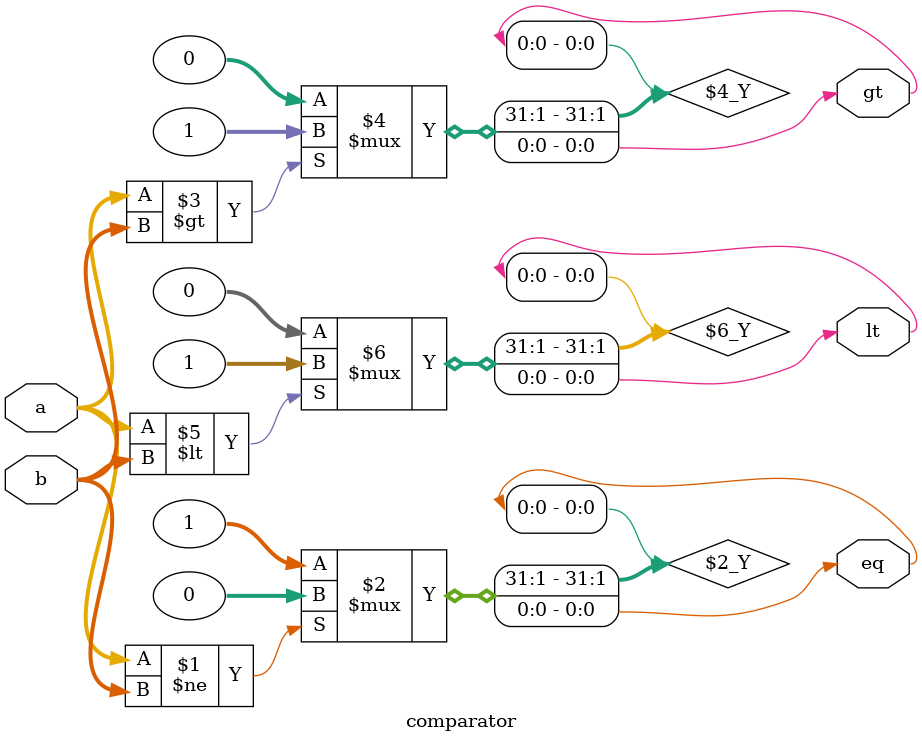
<source format=v>
module comparator #(
    parameter WIDTH = 8
) (
    input [WIDTH - 1 : 0] a,
    input [WIDTH - 1 : 0] b,
    output eq,
    output gt,
    output lt
);
  assign eq = a != b ? 0 : 1;
  assign gt = (a > b) ? 1 : 0;
  assign lt = (a < b) ? 1 : 0;
endmodule

</source>
